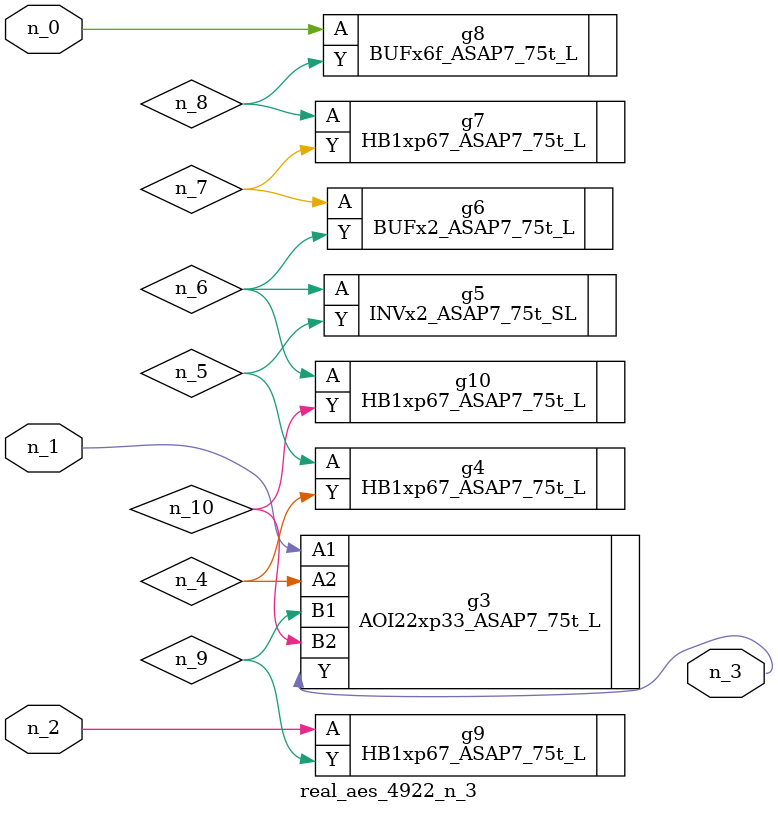
<source format=v>
module real_aes_4922_n_3 (n_0, n_2, n_1, n_3);
input n_0;
input n_2;
input n_1;
output n_3;
wire n_4;
wire n_5;
wire n_7;
wire n_9;
wire n_6;
wire n_8;
wire n_10;
BUFx6f_ASAP7_75t_L g8 ( .A(n_0), .Y(n_8) );
AOI22xp33_ASAP7_75t_L g3 ( .A1(n_1), .A2(n_4), .B1(n_9), .B2(n_10), .Y(n_3) );
HB1xp67_ASAP7_75t_L g9 ( .A(n_2), .Y(n_9) );
HB1xp67_ASAP7_75t_L g4 ( .A(n_5), .Y(n_4) );
INVx2_ASAP7_75t_SL g5 ( .A(n_6), .Y(n_5) );
HB1xp67_ASAP7_75t_L g10 ( .A(n_6), .Y(n_10) );
BUFx2_ASAP7_75t_L g6 ( .A(n_7), .Y(n_6) );
HB1xp67_ASAP7_75t_L g7 ( .A(n_8), .Y(n_7) );
endmodule
</source>
